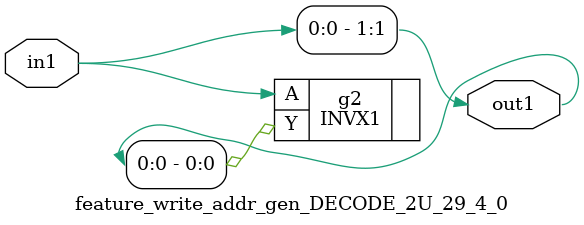
<source format=v>
`timescale 1ps / 1ps


module feature_write_addr_gen_DECODE_2U_29_4_0(in1, out1);
  input in1;
  output [1:0] out1;
  wire in1;
  wire [1:0] out1;
  assign out1[1] = in1;
  INVX1 g2(.A (in1), .Y (out1[0]));
endmodule



</source>
